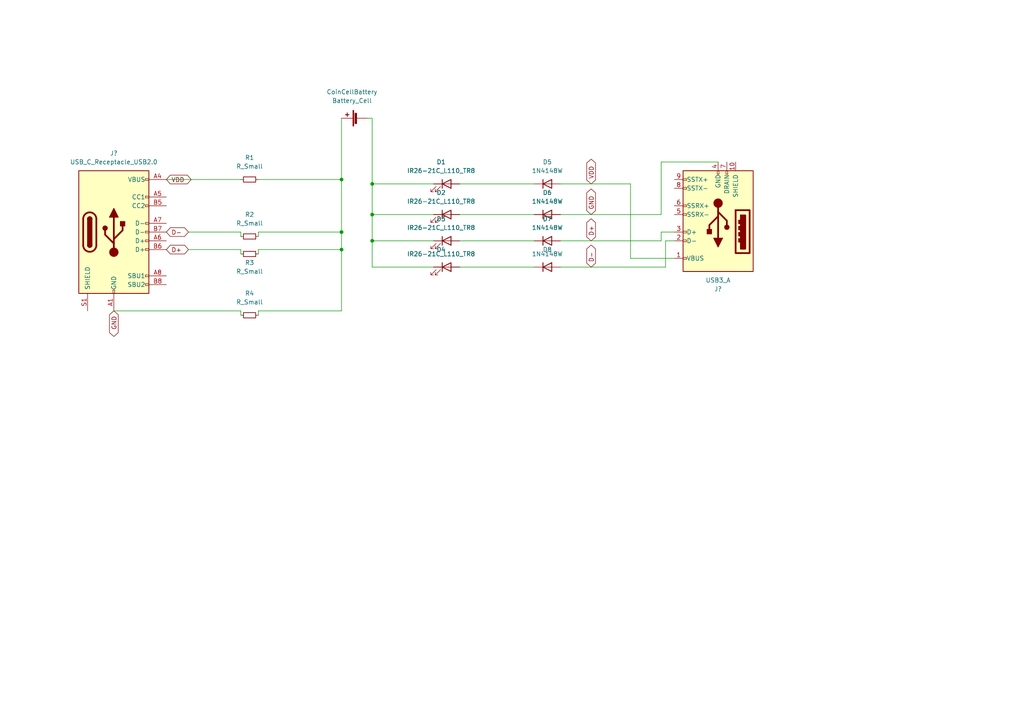
<source format=kicad_sch>
(kicad_sch (version 20211123) (generator eeschema)

  (uuid 48d21917-ccfa-4d43-a4cb-6677d1c7086f)

  (paper "A4")

  (lib_symbols
    (symbol "Connector:USB3_A" (pin_names (offset 1.016)) (in_bom yes) (on_board yes)
      (property "Reference" "J" (id 0) (at -10.16 15.24 0)
        (effects (font (size 1.27 1.27)) (justify left))
      )
      (property "Value" "USB3_A" (id 1) (at 10.16 15.24 0)
        (effects (font (size 1.27 1.27)) (justify right))
      )
      (property "Footprint" "" (id 2) (at 3.81 2.54 0)
        (effects (font (size 1.27 1.27)) hide)
      )
      (property "Datasheet" "~" (id 3) (at 3.81 2.54 0)
        (effects (font (size 1.27 1.27)) hide)
      )
      (property "ki_keywords" "usb universal serial bus" (id 4) (at 0 0 0)
        (effects (font (size 1.27 1.27)) hide)
      )
      (property "ki_description" "USB 3.0 A connector" (id 5) (at 0 0 0)
        (effects (font (size 1.27 1.27)) hide)
      )
      (symbol "USB3_A_0_0"
        (rectangle (start -9.144 8.636) (end -5.08 -3.81)
          (stroke (width 0.508) (type default) (color 0 0 0 0))
          (fill (type none))
        )
        (rectangle (start -7.874 7.366) (end -6.604 -2.286)
          (stroke (width 0.508) (type default) (color 0 0 0 0))
          (fill (type outline))
        )
        (rectangle (start -6.35 0) (end -6.096 -0.762)
          (stroke (width 0.508) (type default) (color 0 0 0 0))
          (fill (type none))
        )
        (rectangle (start -6.35 1.778) (end -6.096 1.016)
          (stroke (width 0.508) (type default) (color 0 0 0 0))
          (fill (type none))
        )
        (rectangle (start -6.35 3.556) (end -6.096 2.794)
          (stroke (width 0.508) (type default) (color 0 0 0 0))
          (fill (type none))
        )
        (rectangle (start -6.35 5.334) (end -6.096 4.572)
          (stroke (width 0.508) (type default) (color 0 0 0 0))
          (fill (type none))
        )
        (rectangle (start -2.794 -15.24) (end -2.286 -14.224)
          (stroke (width 0) (type default) (color 0 0 0 0))
          (fill (type none))
        )
        (rectangle (start -0.254 -15.24) (end 0.254 -14.224)
          (stroke (width 0) (type default) (color 0 0 0 0))
          (fill (type none))
        )
        (rectangle (start 10.16 -12.446) (end 9.144 -12.954)
          (stroke (width 0) (type default) (color 0 0 0 0))
          (fill (type none))
        )
        (rectangle (start 10.16 -9.906) (end 9.144 -10.414)
          (stroke (width 0) (type default) (color 0 0 0 0))
          (fill (type none))
        )
        (rectangle (start 10.16 -4.826) (end 9.144 -5.334)
          (stroke (width 0) (type default) (color 0 0 0 0))
          (fill (type none))
        )
        (rectangle (start 10.16 -2.286) (end 9.144 -2.794)
          (stroke (width 0) (type default) (color 0 0 0 0))
          (fill (type none))
        )
        (rectangle (start 10.16 2.794) (end 9.144 2.286)
          (stroke (width 0) (type default) (color 0 0 0 0))
          (fill (type none))
        )
        (rectangle (start 10.16 5.334) (end 9.144 4.826)
          (stroke (width 0) (type default) (color 0 0 0 0))
          (fill (type none))
        )
        (rectangle (start 10.16 10.414) (end 9.144 9.906)
          (stroke (width 0) (type default) (color 0 0 0 0))
          (fill (type none))
        )
      )
      (symbol "USB3_A_0_1"
        (rectangle (start -10.16 13.97) (end 10.16 -15.24)
          (stroke (width 0.254) (type default) (color 0 0 0 0))
          (fill (type background))
        )
      )
      (symbol "USB3_A_1_1"
        (circle (center -2.54 1.143) (radius 0.635)
          (stroke (width 0.254) (type default) (color 0 0 0 0))
          (fill (type outline))
        )
        (circle (center 0 -5.842) (radius 1.27)
          (stroke (width 0) (type default) (color 0 0 0 0))
          (fill (type outline))
        )
        (polyline
          (pts
            (xy 0 -5.842)
            (xy 0 4.318)
          )
          (stroke (width 0.508) (type default) (color 0 0 0 0))
          (fill (type none))
        )
        (polyline
          (pts
            (xy 0 -3.302)
            (xy -2.54 -0.762)
            (xy -2.54 0.508)
          )
          (stroke (width 0.508) (type default) (color 0 0 0 0))
          (fill (type none))
        )
        (polyline
          (pts
            (xy 0 -2.032)
            (xy 2.54 0.508)
            (xy 2.54 1.778)
          )
          (stroke (width 0.508) (type default) (color 0 0 0 0))
          (fill (type none))
        )
        (polyline
          (pts
            (xy -1.27 4.318)
            (xy 0 6.858)
            (xy 1.27 4.318)
            (xy -1.27 4.318)
          )
          (stroke (width 0.254) (type default) (color 0 0 0 0))
          (fill (type outline))
        )
        (rectangle (start 1.905 1.778) (end 3.175 3.048)
          (stroke (width 0.254) (type default) (color 0 0 0 0))
          (fill (type outline))
        )
        (pin power_in line (at 12.7 10.16 180) (length 2.54)
          (name "VBUS" (effects (font (size 1.27 1.27))))
          (number "1" (effects (font (size 1.27 1.27))))
        )
        (pin passive line (at -5.08 -17.78 90) (length 2.54)
          (name "SHIELD" (effects (font (size 1.27 1.27))))
          (number "10" (effects (font (size 1.27 1.27))))
        )
        (pin bidirectional line (at 12.7 5.08 180) (length 2.54)
          (name "D-" (effects (font (size 1.27 1.27))))
          (number "2" (effects (font (size 1.27 1.27))))
        )
        (pin bidirectional line (at 12.7 2.54 180) (length 2.54)
          (name "D+" (effects (font (size 1.27 1.27))))
          (number "3" (effects (font (size 1.27 1.27))))
        )
        (pin power_in line (at 0 -17.78 90) (length 2.54)
          (name "GND" (effects (font (size 1.27 1.27))))
          (number "4" (effects (font (size 1.27 1.27))))
        )
        (pin output line (at 12.7 -2.54 180) (length 2.54)
          (name "SSRX-" (effects (font (size 1.27 1.27))))
          (number "5" (effects (font (size 1.27 1.27))))
        )
        (pin output line (at 12.7 -5.08 180) (length 2.54)
          (name "SSRX+" (effects (font (size 1.27 1.27))))
          (number "6" (effects (font (size 1.27 1.27))))
        )
        (pin passive line (at -2.54 -17.78 90) (length 2.54)
          (name "DRAIN" (effects (font (size 1.27 1.27))))
          (number "7" (effects (font (size 1.27 1.27))))
        )
        (pin input line (at 12.7 -10.16 180) (length 2.54)
          (name "SSTX-" (effects (font (size 1.27 1.27))))
          (number "8" (effects (font (size 1.27 1.27))))
        )
        (pin input line (at 12.7 -12.7 180) (length 2.54)
          (name "SSTX+" (effects (font (size 1.27 1.27))))
          (number "9" (effects (font (size 1.27 1.27))))
        )
      )
    )
    (symbol "Connector:USB_C_Receptacle_USB2.0" (pin_names (offset 1.016)) (in_bom yes) (on_board yes)
      (property "Reference" "J" (id 0) (at -10.16 19.05 0)
        (effects (font (size 1.27 1.27)) (justify left))
      )
      (property "Value" "USB_C_Receptacle_USB2.0" (id 1) (at 19.05 19.05 0)
        (effects (font (size 1.27 1.27)) (justify right))
      )
      (property "Footprint" "" (id 2) (at 3.81 0 0)
        (effects (font (size 1.27 1.27)) hide)
      )
      (property "Datasheet" "https://www.usb.org/sites/default/files/documents/usb_type-c.zip" (id 3) (at 3.81 0 0)
        (effects (font (size 1.27 1.27)) hide)
      )
      (property "ki_keywords" "usb universal serial bus type-C USB2.0" (id 4) (at 0 0 0)
        (effects (font (size 1.27 1.27)) hide)
      )
      (property "ki_description" "USB 2.0-only Type-C Receptacle connector" (id 5) (at 0 0 0)
        (effects (font (size 1.27 1.27)) hide)
      )
      (property "ki_fp_filters" "USB*C*Receptacle*" (id 6) (at 0 0 0)
        (effects (font (size 1.27 1.27)) hide)
      )
      (symbol "USB_C_Receptacle_USB2.0_0_0"
        (rectangle (start -0.254 -17.78) (end 0.254 -16.764)
          (stroke (width 0) (type default) (color 0 0 0 0))
          (fill (type none))
        )
        (rectangle (start 10.16 -14.986) (end 9.144 -15.494)
          (stroke (width 0) (type default) (color 0 0 0 0))
          (fill (type none))
        )
        (rectangle (start 10.16 -12.446) (end 9.144 -12.954)
          (stroke (width 0) (type default) (color 0 0 0 0))
          (fill (type none))
        )
        (rectangle (start 10.16 -4.826) (end 9.144 -5.334)
          (stroke (width 0) (type default) (color 0 0 0 0))
          (fill (type none))
        )
        (rectangle (start 10.16 -2.286) (end 9.144 -2.794)
          (stroke (width 0) (type default) (color 0 0 0 0))
          (fill (type none))
        )
        (rectangle (start 10.16 0.254) (end 9.144 -0.254)
          (stroke (width 0) (type default) (color 0 0 0 0))
          (fill (type none))
        )
        (rectangle (start 10.16 2.794) (end 9.144 2.286)
          (stroke (width 0) (type default) (color 0 0 0 0))
          (fill (type none))
        )
        (rectangle (start 10.16 7.874) (end 9.144 7.366)
          (stroke (width 0) (type default) (color 0 0 0 0))
          (fill (type none))
        )
        (rectangle (start 10.16 10.414) (end 9.144 9.906)
          (stroke (width 0) (type default) (color 0 0 0 0))
          (fill (type none))
        )
        (rectangle (start 10.16 15.494) (end 9.144 14.986)
          (stroke (width 0) (type default) (color 0 0 0 0))
          (fill (type none))
        )
      )
      (symbol "USB_C_Receptacle_USB2.0_0_1"
        (rectangle (start -10.16 17.78) (end 10.16 -17.78)
          (stroke (width 0.254) (type default) (color 0 0 0 0))
          (fill (type background))
        )
        (arc (start -8.89 -3.81) (mid -6.985 -5.715) (end -5.08 -3.81)
          (stroke (width 0.508) (type default) (color 0 0 0 0))
          (fill (type none))
        )
        (arc (start -7.62 -3.81) (mid -6.985 -4.445) (end -6.35 -3.81)
          (stroke (width 0.254) (type default) (color 0 0 0 0))
          (fill (type none))
        )
        (arc (start -7.62 -3.81) (mid -6.985 -4.445) (end -6.35 -3.81)
          (stroke (width 0.254) (type default) (color 0 0 0 0))
          (fill (type outline))
        )
        (rectangle (start -7.62 -3.81) (end -6.35 3.81)
          (stroke (width 0.254) (type default) (color 0 0 0 0))
          (fill (type outline))
        )
        (arc (start -6.35 3.81) (mid -6.985 4.445) (end -7.62 3.81)
          (stroke (width 0.254) (type default) (color 0 0 0 0))
          (fill (type none))
        )
        (arc (start -6.35 3.81) (mid -6.985 4.445) (end -7.62 3.81)
          (stroke (width 0.254) (type default) (color 0 0 0 0))
          (fill (type outline))
        )
        (arc (start -5.08 3.81) (mid -6.985 5.715) (end -8.89 3.81)
          (stroke (width 0.508) (type default) (color 0 0 0 0))
          (fill (type none))
        )
        (circle (center -2.54 1.143) (radius 0.635)
          (stroke (width 0.254) (type default) (color 0 0 0 0))
          (fill (type outline))
        )
        (circle (center 0 -5.842) (radius 1.27)
          (stroke (width 0) (type default) (color 0 0 0 0))
          (fill (type outline))
        )
        (polyline
          (pts
            (xy -8.89 -3.81)
            (xy -8.89 3.81)
          )
          (stroke (width 0.508) (type default) (color 0 0 0 0))
          (fill (type none))
        )
        (polyline
          (pts
            (xy -5.08 3.81)
            (xy -5.08 -3.81)
          )
          (stroke (width 0.508) (type default) (color 0 0 0 0))
          (fill (type none))
        )
        (polyline
          (pts
            (xy 0 -5.842)
            (xy 0 4.318)
          )
          (stroke (width 0.508) (type default) (color 0 0 0 0))
          (fill (type none))
        )
        (polyline
          (pts
            (xy 0 -3.302)
            (xy -2.54 -0.762)
            (xy -2.54 0.508)
          )
          (stroke (width 0.508) (type default) (color 0 0 0 0))
          (fill (type none))
        )
        (polyline
          (pts
            (xy 0 -2.032)
            (xy 2.54 0.508)
            (xy 2.54 1.778)
          )
          (stroke (width 0.508) (type default) (color 0 0 0 0))
          (fill (type none))
        )
        (polyline
          (pts
            (xy -1.27 4.318)
            (xy 0 6.858)
            (xy 1.27 4.318)
            (xy -1.27 4.318)
          )
          (stroke (width 0.254) (type default) (color 0 0 0 0))
          (fill (type outline))
        )
        (rectangle (start 1.905 1.778) (end 3.175 3.048)
          (stroke (width 0.254) (type default) (color 0 0 0 0))
          (fill (type outline))
        )
      )
      (symbol "USB_C_Receptacle_USB2.0_1_1"
        (pin passive line (at 0 -22.86 90) (length 5.08)
          (name "GND" (effects (font (size 1.27 1.27))))
          (number "A1" (effects (font (size 1.27 1.27))))
        )
        (pin passive line (at 0 -22.86 90) (length 5.08) hide
          (name "GND" (effects (font (size 1.27 1.27))))
          (number "A12" (effects (font (size 1.27 1.27))))
        )
        (pin passive line (at 15.24 15.24 180) (length 5.08)
          (name "VBUS" (effects (font (size 1.27 1.27))))
          (number "A4" (effects (font (size 1.27 1.27))))
        )
        (pin bidirectional line (at 15.24 10.16 180) (length 5.08)
          (name "CC1" (effects (font (size 1.27 1.27))))
          (number "A5" (effects (font (size 1.27 1.27))))
        )
        (pin bidirectional line (at 15.24 -2.54 180) (length 5.08)
          (name "D+" (effects (font (size 1.27 1.27))))
          (number "A6" (effects (font (size 1.27 1.27))))
        )
        (pin bidirectional line (at 15.24 2.54 180) (length 5.08)
          (name "D-" (effects (font (size 1.27 1.27))))
          (number "A7" (effects (font (size 1.27 1.27))))
        )
        (pin bidirectional line (at 15.24 -12.7 180) (length 5.08)
          (name "SBU1" (effects (font (size 1.27 1.27))))
          (number "A8" (effects (font (size 1.27 1.27))))
        )
        (pin passive line (at 15.24 15.24 180) (length 5.08) hide
          (name "VBUS" (effects (font (size 1.27 1.27))))
          (number "A9" (effects (font (size 1.27 1.27))))
        )
        (pin passive line (at 0 -22.86 90) (length 5.08) hide
          (name "GND" (effects (font (size 1.27 1.27))))
          (number "B1" (effects (font (size 1.27 1.27))))
        )
        (pin passive line (at 0 -22.86 90) (length 5.08) hide
          (name "GND" (effects (font (size 1.27 1.27))))
          (number "B12" (effects (font (size 1.27 1.27))))
        )
        (pin passive line (at 15.24 15.24 180) (length 5.08) hide
          (name "VBUS" (effects (font (size 1.27 1.27))))
          (number "B4" (effects (font (size 1.27 1.27))))
        )
        (pin bidirectional line (at 15.24 7.62 180) (length 5.08)
          (name "CC2" (effects (font (size 1.27 1.27))))
          (number "B5" (effects (font (size 1.27 1.27))))
        )
        (pin bidirectional line (at 15.24 -5.08 180) (length 5.08)
          (name "D+" (effects (font (size 1.27 1.27))))
          (number "B6" (effects (font (size 1.27 1.27))))
        )
        (pin bidirectional line (at 15.24 0 180) (length 5.08)
          (name "D-" (effects (font (size 1.27 1.27))))
          (number "B7" (effects (font (size 1.27 1.27))))
        )
        (pin bidirectional line (at 15.24 -15.24 180) (length 5.08)
          (name "SBU2" (effects (font (size 1.27 1.27))))
          (number "B8" (effects (font (size 1.27 1.27))))
        )
        (pin passive line (at 15.24 15.24 180) (length 5.08) hide
          (name "VBUS" (effects (font (size 1.27 1.27))))
          (number "B9" (effects (font (size 1.27 1.27))))
        )
        (pin passive line (at -7.62 -22.86 90) (length 5.08)
          (name "SHIELD" (effects (font (size 1.27 1.27))))
          (number "S1" (effects (font (size 1.27 1.27))))
        )
      )
    )
    (symbol "Device:Battery_Cell" (pin_numbers hide) (pin_names (offset 0) hide) (in_bom yes) (on_board yes)
      (property "Reference" "BT" (id 0) (at 2.54 2.54 0)
        (effects (font (size 1.27 1.27)) (justify left))
      )
      (property "Value" "Battery_Cell" (id 1) (at 2.54 0 0)
        (effects (font (size 1.27 1.27)) (justify left))
      )
      (property "Footprint" "" (id 2) (at 0 1.524 90)
        (effects (font (size 1.27 1.27)) hide)
      )
      (property "Datasheet" "~" (id 3) (at 0 1.524 90)
        (effects (font (size 1.27 1.27)) hide)
      )
      (property "ki_keywords" "battery cell" (id 4) (at 0 0 0)
        (effects (font (size 1.27 1.27)) hide)
      )
      (property "ki_description" "Single-cell battery" (id 5) (at 0 0 0)
        (effects (font (size 1.27 1.27)) hide)
      )
      (symbol "Battery_Cell_0_1"
        (rectangle (start -2.286 1.778) (end 2.286 1.524)
          (stroke (width 0) (type default) (color 0 0 0 0))
          (fill (type outline))
        )
        (rectangle (start -1.5748 1.1938) (end 1.4732 0.6858)
          (stroke (width 0) (type default) (color 0 0 0 0))
          (fill (type outline))
        )
        (polyline
          (pts
            (xy 0 0.762)
            (xy 0 0)
          )
          (stroke (width 0) (type default) (color 0 0 0 0))
          (fill (type none))
        )
        (polyline
          (pts
            (xy 0 1.778)
            (xy 0 2.54)
          )
          (stroke (width 0) (type default) (color 0 0 0 0))
          (fill (type none))
        )
        (polyline
          (pts
            (xy 0.508 3.429)
            (xy 1.524 3.429)
          )
          (stroke (width 0.254) (type default) (color 0 0 0 0))
          (fill (type none))
        )
        (polyline
          (pts
            (xy 1.016 3.937)
            (xy 1.016 2.921)
          )
          (stroke (width 0.254) (type default) (color 0 0 0 0))
          (fill (type none))
        )
      )
      (symbol "Battery_Cell_1_1"
        (pin passive line (at 0 5.08 270) (length 2.54)
          (name "+" (effects (font (size 1.27 1.27))))
          (number "1" (effects (font (size 1.27 1.27))))
        )
        (pin passive line (at 0 -2.54 90) (length 2.54)
          (name "-" (effects (font (size 1.27 1.27))))
          (number "2" (effects (font (size 1.27 1.27))))
        )
      )
    )
    (symbol "Device:R_Small" (pin_numbers hide) (pin_names (offset 0.254) hide) (in_bom yes) (on_board yes)
      (property "Reference" "R" (id 0) (at 0.762 0.508 0)
        (effects (font (size 1.27 1.27)) (justify left))
      )
      (property "Value" "R_Small" (id 1) (at 0.762 -1.016 0)
        (effects (font (size 1.27 1.27)) (justify left))
      )
      (property "Footprint" "" (id 2) (at 0 0 0)
        (effects (font (size 1.27 1.27)) hide)
      )
      (property "Datasheet" "~" (id 3) (at 0 0 0)
        (effects (font (size 1.27 1.27)) hide)
      )
      (property "ki_keywords" "R resistor" (id 4) (at 0 0 0)
        (effects (font (size 1.27 1.27)) hide)
      )
      (property "ki_description" "Resistor, small symbol" (id 5) (at 0 0 0)
        (effects (font (size 1.27 1.27)) hide)
      )
      (property "ki_fp_filters" "R_*" (id 6) (at 0 0 0)
        (effects (font (size 1.27 1.27)) hide)
      )
      (symbol "R_Small_0_1"
        (rectangle (start -0.762 1.778) (end 0.762 -1.778)
          (stroke (width 0.2032) (type default) (color 0 0 0 0))
          (fill (type none))
        )
      )
      (symbol "R_Small_1_1"
        (pin passive line (at 0 2.54 270) (length 0.762)
          (name "~" (effects (font (size 1.27 1.27))))
          (number "1" (effects (font (size 1.27 1.27))))
        )
        (pin passive line (at 0 -2.54 90) (length 0.762)
          (name "~" (effects (font (size 1.27 1.27))))
          (number "2" (effects (font (size 1.27 1.27))))
        )
      )
    )
    (symbol "Diode:1N4148W" (pin_numbers hide) (pin_names (offset 1.016) hide) (in_bom yes) (on_board yes)
      (property "Reference" "D" (id 0) (at 0 2.54 0)
        (effects (font (size 1.27 1.27)))
      )
      (property "Value" "1N4148W" (id 1) (at 0 -2.54 0)
        (effects (font (size 1.27 1.27)))
      )
      (property "Footprint" "Diode_SMD:D_SOD-123" (id 2) (at 0 -4.445 0)
        (effects (font (size 1.27 1.27)) hide)
      )
      (property "Datasheet" "https://www.vishay.com/docs/85748/1n4148w.pdf" (id 3) (at 0 0 0)
        (effects (font (size 1.27 1.27)) hide)
      )
      (property "ki_keywords" "diode" (id 4) (at 0 0 0)
        (effects (font (size 1.27 1.27)) hide)
      )
      (property "ki_description" "75V 0.15A Fast Switching Diode, SOD-123" (id 5) (at 0 0 0)
        (effects (font (size 1.27 1.27)) hide)
      )
      (property "ki_fp_filters" "D*SOD?123*" (id 6) (at 0 0 0)
        (effects (font (size 1.27 1.27)) hide)
      )
      (symbol "1N4148W_0_1"
        (polyline
          (pts
            (xy -1.27 1.27)
            (xy -1.27 -1.27)
          )
          (stroke (width 0.254) (type default) (color 0 0 0 0))
          (fill (type none))
        )
        (polyline
          (pts
            (xy 1.27 0)
            (xy -1.27 0)
          )
          (stroke (width 0) (type default) (color 0 0 0 0))
          (fill (type none))
        )
        (polyline
          (pts
            (xy 1.27 1.27)
            (xy 1.27 -1.27)
            (xy -1.27 0)
            (xy 1.27 1.27)
          )
          (stroke (width 0.254) (type default) (color 0 0 0 0))
          (fill (type none))
        )
      )
      (symbol "1N4148W_1_1"
        (pin passive line (at -3.81 0 0) (length 2.54)
          (name "K" (effects (font (size 1.27 1.27))))
          (number "1" (effects (font (size 1.27 1.27))))
        )
        (pin passive line (at 3.81 0 180) (length 2.54)
          (name "A" (effects (font (size 1.27 1.27))))
          (number "2" (effects (font (size 1.27 1.27))))
        )
      )
    )
    (symbol "LED:IR26-21C_L110_TR8" (pin_numbers hide) (pin_names (offset 1.016) hide) (in_bom yes) (on_board yes)
      (property "Reference" "D" (id 0) (at 0 2.54 0)
        (effects (font (size 1.27 1.27)))
      )
      (property "Value" "IR26-21C_L110_TR8" (id 1) (at 0 -3.81 0)
        (effects (font (size 1.27 1.27)))
      )
      (property "Footprint" "LED_SMD:LED_1206_3216Metric" (id 2) (at 0 5.08 0)
        (effects (font (size 1.27 1.27)) hide)
      )
      (property "Datasheet" "http://www.everlight.com/file/ProductFile/IR26-21C-L110-TR8.pdf" (id 3) (at 0 0 0)
        (effects (font (size 1.27 1.27)) hide)
      )
      (property "ki_keywords" "IR LED" (id 4) (at 0 0 0)
        (effects (font (size 1.27 1.27)) hide)
      )
      (property "ki_description" "940nm, 20 deg, Infrared LED, 1206" (id 5) (at 0 0 0)
        (effects (font (size 1.27 1.27)) hide)
      )
      (property "ki_fp_filters" "LED*1206*3216Metric*" (id 6) (at 0 0 0)
        (effects (font (size 1.27 1.27)) hide)
      )
      (symbol "IR26-21C_L110_TR8_0_1"
        (polyline
          (pts
            (xy -1.27 -1.27)
            (xy -1.27 1.27)
          )
          (stroke (width 0.254) (type default) (color 0 0 0 0))
          (fill (type none))
        )
        (polyline
          (pts
            (xy -1.27 0)
            (xy 1.27 0)
          )
          (stroke (width 0) (type default) (color 0 0 0 0))
          (fill (type none))
        )
        (polyline
          (pts
            (xy 1.27 -1.27)
            (xy 1.27 1.27)
            (xy -1.27 0)
            (xy 1.27 -1.27)
          )
          (stroke (width 0.254) (type default) (color 0 0 0 0))
          (fill (type none))
        )
        (polyline
          (pts
            (xy -3.048 -0.762)
            (xy -4.572 -2.286)
            (xy -3.81 -2.286)
            (xy -4.572 -2.286)
            (xy -4.572 -1.524)
          )
          (stroke (width 0) (type default) (color 0 0 0 0))
          (fill (type none))
        )
        (polyline
          (pts
            (xy -1.778 -0.762)
            (xy -3.302 -2.286)
            (xy -2.54 -2.286)
            (xy -3.302 -2.286)
            (xy -3.302 -1.524)
          )
          (stroke (width 0) (type default) (color 0 0 0 0))
          (fill (type none))
        )
      )
      (symbol "IR26-21C_L110_TR8_1_1"
        (pin passive line (at -3.81 0 0) (length 2.54)
          (name "K" (effects (font (size 1.27 1.27))))
          (number "1" (effects (font (size 1.27 1.27))))
        )
        (pin passive line (at 3.81 0 180) (length 2.54)
          (name "A" (effects (font (size 1.27 1.27))))
          (number "2" (effects (font (size 1.27 1.27))))
        )
      )
    )
  )

  (junction (at 99.06 67.31) (diameter 0) (color 0 0 0 0)
    (uuid 410c216d-69d3-4d31-a3dc-39191a9671a5)
  )
  (junction (at 107.95 69.85) (diameter 0) (color 0 0 0 0)
    (uuid 6a3f19d7-a44d-48c2-b8c2-1c0a76b126a7)
  )
  (junction (at 107.95 62.23) (diameter 0) (color 0 0 0 0)
    (uuid 87945f4b-f4f9-4709-be6d-3b4fa690b4bc)
  )
  (junction (at 99.06 72.39) (diameter 0) (color 0 0 0 0)
    (uuid 8ba27e34-a99c-48d9-866b-4a1d75ecafc1)
  )
  (junction (at 99.06 52.07) (diameter 0) (color 0 0 0 0)
    (uuid bdf2cf1e-e693-4986-bc72-a3991a6a0ca9)
  )
  (junction (at 107.95 53.34) (diameter 0) (color 0 0 0 0)
    (uuid d52b8744-3c84-403e-a7d2-8dcfac1cb8d4)
  )

  (wire (pts (xy 99.06 72.39) (xy 99.06 90.17))
    (stroke (width 0) (type default) (color 0 0 0 0))
    (uuid 0833efd6-c5fa-4c6e-ab85-188a695ffb7a)
  )
  (wire (pts (xy 74.93 68.58) (xy 74.93 67.31))
    (stroke (width 0) (type default) (color 0 0 0 0))
    (uuid 0cf03ebd-3380-4e47-8c67-c0a9e945e601)
  )
  (wire (pts (xy 195.58 74.93) (xy 182.88 74.93))
    (stroke (width 0) (type default) (color 0 0 0 0))
    (uuid 0d53abaf-c74a-4f4d-88c0-3ecada03e354)
  )
  (wire (pts (xy 74.93 67.31) (xy 99.06 67.31))
    (stroke (width 0) (type default) (color 0 0 0 0))
    (uuid 122c7d15-b88d-4551-a1ac-632b8c3bba94)
  )
  (wire (pts (xy 33.02 90.17) (xy 69.85 90.17))
    (stroke (width 0) (type default) (color 0 0 0 0))
    (uuid 15a77223-d08f-4e8a-8994-e2b2718aaab2)
  )
  (wire (pts (xy 74.93 91.44) (xy 74.93 90.17))
    (stroke (width 0) (type default) (color 0 0 0 0))
    (uuid 20ba8e2e-a84a-412b-8b76-ad3c5fa0dc44)
  )
  (wire (pts (xy 106.68 34.29) (xy 107.95 34.29))
    (stroke (width 0) (type default) (color 0 0 0 0))
    (uuid 2576b685-6ef6-47f9-9b48-e5e4b221aca2)
  )
  (wire (pts (xy 99.06 67.31) (xy 99.06 72.39))
    (stroke (width 0) (type default) (color 0 0 0 0))
    (uuid 257eff6b-a3c0-4d23-b1de-412b20b2bf09)
  )
  (wire (pts (xy 54.61 67.31) (xy 69.85 67.31))
    (stroke (width 0) (type default) (color 0 0 0 0))
    (uuid 27bab847-486d-4233-8aaf-49c6bc20b422)
  )
  (wire (pts (xy 74.93 52.07) (xy 99.06 52.07))
    (stroke (width 0) (type default) (color 0 0 0 0))
    (uuid 31890c7a-8f73-4192-9baf-bed4ea4c77d1)
  )
  (wire (pts (xy 107.95 69.85) (xy 125.73 69.85))
    (stroke (width 0) (type default) (color 0 0 0 0))
    (uuid 3396cea3-f9d1-4f52-9b00-89d014e2e84e)
  )
  (wire (pts (xy 191.77 46.99) (xy 191.77 62.23))
    (stroke (width 0) (type default) (color 0 0 0 0))
    (uuid 3a06d171-5597-4cee-a51d-ddec7735555a)
  )
  (wire (pts (xy 208.28 46.99) (xy 191.77 46.99))
    (stroke (width 0) (type default) (color 0 0 0 0))
    (uuid 3aa1e45b-8600-40e7-ba4d-0e8175f56a06)
  )
  (wire (pts (xy 99.06 34.29) (xy 99.06 52.07))
    (stroke (width 0) (type default) (color 0 0 0 0))
    (uuid 3e4da6ee-c7a9-4371-9396-06a0841aac64)
  )
  (wire (pts (xy 48.26 52.07) (xy 69.85 52.07))
    (stroke (width 0) (type default) (color 0 0 0 0))
    (uuid 46a2d065-2efa-4081-9313-0c061dbba103)
  )
  (wire (pts (xy 125.73 62.23) (xy 107.95 62.23))
    (stroke (width 0) (type default) (color 0 0 0 0))
    (uuid 572b3351-5679-4e19-a66c-cee7abda1d2c)
  )
  (wire (pts (xy 54.61 72.39) (xy 69.85 72.39))
    (stroke (width 0) (type default) (color 0 0 0 0))
    (uuid 5744b612-d756-4bb3-8db0-91f134b010f1)
  )
  (wire (pts (xy 133.35 62.23) (xy 154.94 62.23))
    (stroke (width 0) (type default) (color 0 0 0 0))
    (uuid 5a1d924e-e41d-46cb-8a7b-8fd14a7617fd)
  )
  (wire (pts (xy 191.77 67.31) (xy 191.77 69.85))
    (stroke (width 0) (type default) (color 0 0 0 0))
    (uuid 658560ac-3c03-4402-ac65-9d718a9110fe)
  )
  (wire (pts (xy 162.56 69.85) (xy 191.77 69.85))
    (stroke (width 0) (type default) (color 0 0 0 0))
    (uuid 67c37e60-4c53-4915-9be7-9959b08c7c83)
  )
  (wire (pts (xy 162.56 62.23) (xy 191.77 62.23))
    (stroke (width 0) (type default) (color 0 0 0 0))
    (uuid 67f56cd0-026b-4a1a-b076-7a9ab97c0fc2)
  )
  (wire (pts (xy 195.58 69.85) (xy 193.04 69.85))
    (stroke (width 0) (type default) (color 0 0 0 0))
    (uuid 6cd709e7-100d-4af7-8f8b-12a53ea81188)
  )
  (wire (pts (xy 133.35 77.47) (xy 154.94 77.47))
    (stroke (width 0) (type default) (color 0 0 0 0))
    (uuid 75c68cab-6f38-4d3f-9f6d-b8f37b31fef1)
  )
  (wire (pts (xy 162.56 77.47) (xy 193.04 77.47))
    (stroke (width 0) (type default) (color 0 0 0 0))
    (uuid 76de6337-ffdb-4c82-b45f-59d15c2e51a4)
  )
  (wire (pts (xy 107.95 53.34) (xy 107.95 62.23))
    (stroke (width 0) (type default) (color 0 0 0 0))
    (uuid 87276162-024a-4947-9fd2-b84b1100b88a)
  )
  (wire (pts (xy 74.93 90.17) (xy 99.06 90.17))
    (stroke (width 0) (type default) (color 0 0 0 0))
    (uuid 900184e8-b526-464a-9b0c-6a269b2cc534)
  )
  (wire (pts (xy 133.35 53.34) (xy 154.94 53.34))
    (stroke (width 0) (type default) (color 0 0 0 0))
    (uuid 90d2f569-d207-489c-9088-606ccccd7ad6)
  )
  (wire (pts (xy 107.95 69.85) (xy 107.95 77.47))
    (stroke (width 0) (type default) (color 0 0 0 0))
    (uuid 939a5f77-a1ee-4dd0-b138-a36fb369d8eb)
  )
  (wire (pts (xy 74.93 73.66) (xy 74.93 72.39))
    (stroke (width 0) (type default) (color 0 0 0 0))
    (uuid 969b8c2e-93c2-4802-80ab-991e51da4da5)
  )
  (wire (pts (xy 182.88 74.93) (xy 182.88 53.34))
    (stroke (width 0) (type default) (color 0 0 0 0))
    (uuid 98cb9178-e8cf-4635-9ab4-223d188249b7)
  )
  (wire (pts (xy 107.95 77.47) (xy 125.73 77.47))
    (stroke (width 0) (type default) (color 0 0 0 0))
    (uuid a850c694-9219-4d85-a5de-646bc9910e2d)
  )
  (wire (pts (xy 107.95 62.23) (xy 107.95 69.85))
    (stroke (width 0) (type default) (color 0 0 0 0))
    (uuid acdc7a45-ff63-4c28-9b62-8c9ad4316ebb)
  )
  (wire (pts (xy 193.04 69.85) (xy 193.04 77.47))
    (stroke (width 0) (type default) (color 0 0 0 0))
    (uuid b471d791-c943-4cf3-8e2c-4ec4fe6be7cc)
  )
  (wire (pts (xy 195.58 67.31) (xy 191.77 67.31))
    (stroke (width 0) (type default) (color 0 0 0 0))
    (uuid bebc719f-ad37-4a42-9f4b-ced3e399d51b)
  )
  (wire (pts (xy 69.85 67.31) (xy 69.85 68.58))
    (stroke (width 0) (type default) (color 0 0 0 0))
    (uuid d628a6c7-d5aa-458a-8972-c29885bed22e)
  )
  (wire (pts (xy 162.56 53.34) (xy 182.88 53.34))
    (stroke (width 0) (type default) (color 0 0 0 0))
    (uuid d89640ca-7846-444a-a016-490feab8b928)
  )
  (wire (pts (xy 74.93 72.39) (xy 99.06 72.39))
    (stroke (width 0) (type default) (color 0 0 0 0))
    (uuid ec76e9e6-78d4-4ab9-9ce9-e1a16412b393)
  )
  (wire (pts (xy 69.85 90.17) (xy 69.85 91.44))
    (stroke (width 0) (type default) (color 0 0 0 0))
    (uuid f0b25867-d018-4536-bce7-ed63842da37c)
  )
  (wire (pts (xy 69.85 72.39) (xy 69.85 73.66))
    (stroke (width 0) (type default) (color 0 0 0 0))
    (uuid f0cb59e5-0f11-4ab6-9d9d-0d57188996a3)
  )
  (wire (pts (xy 107.95 34.29) (xy 107.95 53.34))
    (stroke (width 0) (type default) (color 0 0 0 0))
    (uuid f45cfaa8-5d87-4209-87ef-2cceed471c00)
  )
  (wire (pts (xy 125.73 53.34) (xy 107.95 53.34))
    (stroke (width 0) (type default) (color 0 0 0 0))
    (uuid f5048fa8-8793-48a8-a381-4e8136c52f29)
  )
  (wire (pts (xy 99.06 52.07) (xy 99.06 67.31))
    (stroke (width 0) (type default) (color 0 0 0 0))
    (uuid ff9dd7d1-1833-4e59-a3b0-34f95c77ceda)
  )
  (wire (pts (xy 133.35 69.85) (xy 154.94 69.85))
    (stroke (width 0) (type default) (color 0 0 0 0))
    (uuid ffc8c950-1ec6-4f0a-8a02-d22225498ec7)
  )

  (global_label "VDD" (shape bidirectional) (at 171.45 53.34 90) (fields_autoplaced)
    (effects (font (size 1.27 1.27)) (justify left))
    (uuid 1227e313-44dd-42fc-82ca-e4e74653dde7)
    (property "Intersheet References" "${INTERSHEET_REFS}" (id 0) (at 171.3706 47.2983 90)
      (effects (font (size 1.27 1.27)) (justify left) hide)
    )
  )
  (global_label "GND" (shape bidirectional) (at 171.45 62.23 90) (fields_autoplaced)
    (effects (font (size 1.27 1.27)) (justify left))
    (uuid 59bdfdf4-d8f5-4a6a-b42a-bc60ffe31698)
    (property "Intersheet References" "${INTERSHEET_REFS}" (id 0) (at 171.5294 55.9464 90)
      (effects (font (size 1.27 1.27)) (justify left) hide)
    )
  )
  (global_label "D-" (shape bidirectional) (at 171.45 77.47 90) (fields_autoplaced)
    (effects (font (size 1.27 1.27)) (justify left))
    (uuid 5b446cf6-a0a0-456c-8d79-6b3ea587316b)
    (property "Intersheet References" "${INTERSHEET_REFS}" (id 0) (at 171.3706 72.2145 90)
      (effects (font (size 1.27 1.27)) (justify left) hide)
    )
  )
  (global_label "D+" (shape bidirectional) (at 171.45 69.85 90) (fields_autoplaced)
    (effects (font (size 1.27 1.27)) (justify left))
    (uuid 8b7c6aac-f17d-4ff7-b10a-0b21e75897c1)
    (property "Intersheet References" "${INTERSHEET_REFS}" (id 0) (at 171.3706 64.5945 90)
      (effects (font (size 1.27 1.27)) (justify left) hide)
    )
  )
  (global_label "D-" (shape bidirectional) (at 48.26 67.31 0) (fields_autoplaced)
    (effects (font (size 1.27 1.27)) (justify left))
    (uuid 8b95ccd9-1d1f-4a18-9869-9e0a6f0039ee)
    (property "Intersheet References" "${INTERSHEET_REFS}" (id 0) (at 53.5155 67.2306 0)
      (effects (font (size 1.27 1.27)) (justify left) hide)
    )
  )
  (global_label "VDD" (shape bidirectional) (at 48.26 52.07 0) (fields_autoplaced)
    (effects (font (size 1.27 1.27)) (justify left))
    (uuid d37cf5c5-3fea-42cd-b362-6d070721ad99)
    (property "Intersheet References" "${INTERSHEET_REFS}" (id 0) (at 54.3017 51.9906 0)
      (effects (font (size 1.27 1.27)) (justify left) hide)
    )
  )
  (global_label "GND" (shape bidirectional) (at 33.02 90.17 270) (fields_autoplaced)
    (effects (font (size 1.27 1.27)) (justify right))
    (uuid e9cc2306-e548-440e-adf2-2cb5328e7879)
    (property "Intersheet References" "${INTERSHEET_REFS}" (id 0) (at 32.9406 96.4536 90)
      (effects (font (size 1.27 1.27)) (justify right) hide)
    )
  )
  (global_label "D+" (shape bidirectional) (at 48.26 72.39 0) (fields_autoplaced)
    (effects (font (size 1.27 1.27)) (justify left))
    (uuid ec657138-a68b-474f-9c47-6a5ef7617c27)
    (property "Intersheet References" "${INTERSHEET_REFS}" (id 0) (at 53.5155 72.3106 0)
      (effects (font (size 1.27 1.27)) (justify left) hide)
    )
  )

  (symbol (lib_id "LED:IR26-21C_L110_TR8") (at 129.54 69.85 0) (unit 1)
    (in_bom yes) (on_board yes) (fields_autoplaced)
    (uuid 0148fb04-8685-48f8-8a92-d4f5836a8053)
    (property "Reference" "D3" (id 0) (at 127.9525 63.5 0))
    (property "Value" "IR26-21C_L110_TR8" (id 1) (at 127.9525 66.04 0))
    (property "Footprint" "LED_SMD:LED_1206_3216Metric" (id 2) (at 129.54 64.77 0)
      (effects (font (size 1.27 1.27)) hide)
    )
    (property "Datasheet" "http://www.everlight.com/file/ProductFile/IR26-21C-L110-TR8.pdf" (id 3) (at 129.54 69.85 0)
      (effects (font (size 1.27 1.27)) hide)
    )
    (pin "1" (uuid 57caa4d4-e6c9-4ec4-9812-02c4ae252af9))
    (pin "2" (uuid de3ab73e-e9d0-4501-874a-b5e609b2926d))
  )

  (symbol (lib_id "Diode:1N4148W") (at 158.75 77.47 0) (unit 1)
    (in_bom yes) (on_board yes)
    (uuid 125d9452-0a45-4819-90b9-ec2312574093)
    (property "Reference" "D8" (id 0) (at 158.75 72.39 0))
    (property "Value" "1N4148W" (id 1) (at 158.75 73.66 0))
    (property "Footprint" "Diode_SMD:D_SOD-123" (id 2) (at 158.75 81.915 0)
      (effects (font (size 1.27 1.27)) hide)
    )
    (property "Datasheet" "https://www.vishay.com/docs/85748/1n4148w.pdf" (id 3) (at 158.75 77.47 0)
      (effects (font (size 1.27 1.27)) hide)
    )
    (pin "1" (uuid 782316d8-812b-4b23-baa2-a5299794bb89))
    (pin "2" (uuid d2863d2e-6d45-4621-b3fb-6cad931a7056))
  )

  (symbol (lib_id "Device:R_Small") (at 72.39 91.44 90) (unit 1)
    (in_bom yes) (on_board yes) (fields_autoplaced)
    (uuid 1470f60e-f66e-4ba1-ae32-4c0fa59262d6)
    (property "Reference" "R4" (id 0) (at 72.39 85.09 90))
    (property "Value" "R_Small" (id 1) (at 72.39 87.63 90))
    (property "Footprint" "" (id 2) (at 72.39 91.44 0)
      (effects (font (size 1.27 1.27)) hide)
    )
    (property "Datasheet" "~" (id 3) (at 72.39 91.44 0)
      (effects (font (size 1.27 1.27)) hide)
    )
    (pin "1" (uuid c3f56495-dee7-470a-aaae-3f346a926bf1))
    (pin "2" (uuid 8a6adbe9-35c9-4901-a25f-5e12fbe449a7))
  )

  (symbol (lib_id "LED:IR26-21C_L110_TR8") (at 129.54 77.47 0) (unit 1)
    (in_bom yes) (on_board yes)
    (uuid 14f07a9d-de65-4c13-b3e7-d3a6de9b4df9)
    (property "Reference" "D4" (id 0) (at 127.9525 72.39 0))
    (property "Value" "IR26-21C_L110_TR8" (id 1) (at 127.9525 73.66 0))
    (property "Footprint" "LED_SMD:LED_1206_3216Metric" (id 2) (at 129.54 72.39 0)
      (effects (font (size 1.27 1.27)) hide)
    )
    (property "Datasheet" "http://www.everlight.com/file/ProductFile/IR26-21C-L110-TR8.pdf" (id 3) (at 129.54 77.47 0)
      (effects (font (size 1.27 1.27)) hide)
    )
    (pin "1" (uuid 13baa36d-5674-4d78-92cd-f5227f34f509))
    (pin "2" (uuid 10031e95-614d-4d1b-961e-5925f3ee04d4))
  )

  (symbol (lib_id "Device:R_Small") (at 72.39 68.58 90) (unit 1)
    (in_bom yes) (on_board yes)
    (uuid 191ed59c-69be-4601-94ce-db956c89e958)
    (property "Reference" "R2" (id 0) (at 72.39 62.23 90))
    (property "Value" "R_Small" (id 1) (at 72.39 64.77 90))
    (property "Footprint" "" (id 2) (at 72.39 68.58 0)
      (effects (font (size 1.27 1.27)) hide)
    )
    (property "Datasheet" "~" (id 3) (at 72.39 68.58 0)
      (effects (font (size 1.27 1.27)) hide)
    )
    (pin "1" (uuid 9fe93bb6-bb62-4b33-ace4-212ba3ad59d3))
    (pin "2" (uuid cbec412d-303d-424f-bbc9-f3e7309e0ae5))
  )

  (symbol (lib_id "Diode:1N4148W") (at 158.75 62.23 0) (unit 1)
    (in_bom yes) (on_board yes) (fields_autoplaced)
    (uuid 3468c2b8-93d3-4885-962b-41cb1dbdece7)
    (property "Reference" "D6" (id 0) (at 158.75 55.88 0))
    (property "Value" "1N4148W" (id 1) (at 158.75 58.42 0))
    (property "Footprint" "Diode_SMD:D_SOD-123" (id 2) (at 158.75 66.675 0)
      (effects (font (size 1.27 1.27)) hide)
    )
    (property "Datasheet" "https://www.vishay.com/docs/85748/1n4148w.pdf" (id 3) (at 158.75 62.23 0)
      (effects (font (size 1.27 1.27)) hide)
    )
    (pin "1" (uuid 911bfcdc-f981-4274-8d52-25b8a900f7f3))
    (pin "2" (uuid 840c9767-6dfd-4001-a9b9-cee49e72dfb5))
  )

  (symbol (lib_id "Connector:USB3_A") (at 208.28 64.77 180) (unit 1)
    (in_bom yes) (on_board yes) (fields_autoplaced)
    (uuid 39eb0706-5ad3-43e3-a648-94e90e7f2447)
    (property "Reference" "J?" (id 0) (at 208.28 83.82 0))
    (property "Value" "USB3_A" (id 1) (at 208.28 81.28 0))
    (property "Footprint" "" (id 2) (at 204.47 67.31 0)
      (effects (font (size 1.27 1.27)) hide)
    )
    (property "Datasheet" "~" (id 3) (at 204.47 67.31 0)
      (effects (font (size 1.27 1.27)) hide)
    )
    (pin "1" (uuid cf42e0a1-5c2c-4368-a2df-519e83436132))
    (pin "10" (uuid 92755283-0b53-4b02-9544-ff9cd878c43f))
    (pin "2" (uuid 607cc618-7225-422a-a3df-9d07efe54f27))
    (pin "3" (uuid b73db793-591e-404e-8d18-491b3d209134))
    (pin "4" (uuid b6a98a07-0fe3-4d45-8d19-a104f7886bfe))
    (pin "5" (uuid 303c48d1-b0bb-48a7-9425-56d2631dc9f3))
    (pin "6" (uuid 210f1c27-3553-4534-80c5-08e93591893a))
    (pin "7" (uuid 788757d0-70cf-43f6-8621-940d0c0a4740))
    (pin "8" (uuid bdc98e50-5ad9-465a-9d02-d6cc173eae45))
    (pin "9" (uuid e73345a0-b1f7-4341-b867-7f1dd200b4d1))
  )

  (symbol (lib_id "Device:R_Small") (at 72.39 73.66 90) (unit 1)
    (in_bom yes) (on_board yes)
    (uuid 52f1caff-bbfe-4ef2-be80-fb0e7334aa36)
    (property "Reference" "R3" (id 0) (at 72.39 76.2 90))
    (property "Value" "R_Small" (id 1) (at 72.39 78.74 90))
    (property "Footprint" "" (id 2) (at 72.39 73.66 0)
      (effects (font (size 1.27 1.27)) hide)
    )
    (property "Datasheet" "~" (id 3) (at 72.39 73.66 0)
      (effects (font (size 1.27 1.27)) hide)
    )
    (pin "1" (uuid ad19438a-c5f8-40f3-820c-113d7e3a2998))
    (pin "2" (uuid bc383f39-4e1b-46f9-9e13-1f82f74ae104))
  )

  (symbol (lib_id "Diode:1N4148W") (at 158.75 69.85 0) (unit 1)
    (in_bom yes) (on_board yes) (fields_autoplaced)
    (uuid 79fcc2f1-a66f-4eac-b4af-b74ff4119534)
    (property "Reference" "D7" (id 0) (at 158.75 63.5 0))
    (property "Value" "1N4148W" (id 1) (at 158.75 66.04 0))
    (property "Footprint" "Diode_SMD:D_SOD-123" (id 2) (at 158.75 74.295 0)
      (effects (font (size 1.27 1.27)) hide)
    )
    (property "Datasheet" "https://www.vishay.com/docs/85748/1n4148w.pdf" (id 3) (at 158.75 69.85 0)
      (effects (font (size 1.27 1.27)) hide)
    )
    (pin "1" (uuid c2af2b3b-2438-40c3-86de-aef77db61727))
    (pin "2" (uuid b69e3a36-2a2e-4826-b208-6b9246b27a58))
  )

  (symbol (lib_id "Device:R_Small") (at 72.39 52.07 90) (unit 1)
    (in_bom yes) (on_board yes) (fields_autoplaced)
    (uuid 8672be69-33c3-4af4-bfdc-9949a29095fa)
    (property "Reference" "R1" (id 0) (at 72.39 45.72 90))
    (property "Value" "R_Small" (id 1) (at 72.39 48.26 90))
    (property "Footprint" "" (id 2) (at 72.39 52.07 0)
      (effects (font (size 1.27 1.27)) hide)
    )
    (property "Datasheet" "~" (id 3) (at 72.39 52.07 0)
      (effects (font (size 1.27 1.27)) hide)
    )
    (pin "1" (uuid 0157a395-8452-4088-b11e-1708c23a780a))
    (pin "2" (uuid b2ded8f1-45d7-4ca5-bbb1-9c5eb0750c1a))
  )

  (symbol (lib_id "Device:Battery_Cell") (at 104.14 34.29 90) (unit 1)
    (in_bom yes) (on_board yes) (fields_autoplaced)
    (uuid 8dbeb818-286c-4b15-bdbf-cf3801c71575)
    (property "Reference" "CoinCellBattery" (id 0) (at 102.108 26.67 90))
    (property "Value" "Battery_Cell" (id 1) (at 102.108 29.21 90))
    (property "Footprint" "" (id 2) (at 102.616 34.29 90)
      (effects (font (size 1.27 1.27)) hide)
    )
    (property "Datasheet" "~" (id 3) (at 102.616 34.29 90)
      (effects (font (size 1.27 1.27)) hide)
    )
    (pin "1" (uuid b465624e-8601-4dd2-82d6-1d76c667516d))
    (pin "2" (uuid 9cdd715a-a070-482e-845e-b6d2a33b140d))
  )

  (symbol (lib_id "Diode:1N4148W") (at 158.75 53.34 0) (unit 1)
    (in_bom yes) (on_board yes) (fields_autoplaced)
    (uuid 8de45510-06ed-4248-ae58-eb36aefa225d)
    (property "Reference" "D5" (id 0) (at 158.75 46.99 0))
    (property "Value" "1N4148W" (id 1) (at 158.75 49.53 0))
    (property "Footprint" "Diode_SMD:D_SOD-123" (id 2) (at 158.75 57.785 0)
      (effects (font (size 1.27 1.27)) hide)
    )
    (property "Datasheet" "https://www.vishay.com/docs/85748/1n4148w.pdf" (id 3) (at 158.75 53.34 0)
      (effects (font (size 1.27 1.27)) hide)
    )
    (pin "1" (uuid 1504ab7d-6de4-4160-b410-53f78ba841fd))
    (pin "2" (uuid 281a3c78-55a1-4cfb-9dc3-4bb5e8fb86b4))
  )

  (symbol (lib_id "LED:IR26-21C_L110_TR8") (at 129.54 62.23 0) (unit 1)
    (in_bom yes) (on_board yes) (fields_autoplaced)
    (uuid ccc54492-08cd-408c-bb1d-bf219aa409dc)
    (property "Reference" "D2" (id 0) (at 127.9525 55.88 0))
    (property "Value" "IR26-21C_L110_TR8" (id 1) (at 127.9525 58.42 0))
    (property "Footprint" "LED_SMD:LED_1206_3216Metric" (id 2) (at 129.54 57.15 0)
      (effects (font (size 1.27 1.27)) hide)
    )
    (property "Datasheet" "http://www.everlight.com/file/ProductFile/IR26-21C-L110-TR8.pdf" (id 3) (at 129.54 62.23 0)
      (effects (font (size 1.27 1.27)) hide)
    )
    (pin "1" (uuid 1bcd3942-2a5b-45c5-a736-323ee8efd244))
    (pin "2" (uuid c8ef6240-960a-47fa-a8ea-7b9cd129a7b8))
  )

  (symbol (lib_id "LED:IR26-21C_L110_TR8") (at 129.54 53.34 0) (unit 1)
    (in_bom yes) (on_board yes) (fields_autoplaced)
    (uuid d5a68938-7dbd-442b-9acf-11fa89948adf)
    (property "Reference" "D1" (id 0) (at 127.9525 46.99 0))
    (property "Value" "IR26-21C_L110_TR8" (id 1) (at 127.9525 49.53 0))
    (property "Footprint" "LED_SMD:LED_1206_3216Metric" (id 2) (at 129.54 48.26 0)
      (effects (font (size 1.27 1.27)) hide)
    )
    (property "Datasheet" "http://www.everlight.com/file/ProductFile/IR26-21C-L110-TR8.pdf" (id 3) (at 129.54 53.34 0)
      (effects (font (size 1.27 1.27)) hide)
    )
    (pin "1" (uuid f0c0564f-a949-4921-a7fe-eb04db9ef6e6))
    (pin "2" (uuid f1f7bf5c-7cc9-44fe-a3fc-48152efafe6f))
  )

  (symbol (lib_id "Connector:USB_C_Receptacle_USB2.0") (at 33.02 67.31 0) (unit 1)
    (in_bom yes) (on_board yes) (fields_autoplaced)
    (uuid f79219ed-8179-43f4-bd16-9a9454333e5d)
    (property "Reference" "J?" (id 0) (at 33.02 44.45 0))
    (property "Value" "USB_C_Receptacle_USB2.0" (id 1) (at 33.02 46.99 0))
    (property "Footprint" "" (id 2) (at 36.83 67.31 0)
      (effects (font (size 1.27 1.27)) hide)
    )
    (property "Datasheet" "https://www.usb.org/sites/default/files/documents/usb_type-c.zip" (id 3) (at 36.83 67.31 0)
      (effects (font (size 1.27 1.27)) hide)
    )
    (pin "A1" (uuid bd770636-afd8-4abc-a03a-e36070a03012))
    (pin "A12" (uuid ac2831a2-c3c4-4a01-a484-e8d5b6d04377))
    (pin "A4" (uuid 3067d8c0-78b3-42eb-8428-6c07dfdba09f))
    (pin "A5" (uuid 8e3c0311-8995-4db7-ab75-e3aeaa07f01f))
    (pin "A6" (uuid 45871131-876f-41ea-9bca-8456100aca4c))
    (pin "A7" (uuid b4131f37-7322-466b-a10b-af4d5935ad08))
    (pin "A8" (uuid 6ec5e017-57ec-423a-a508-e86ce9f88fe1))
    (pin "A9" (uuid 98ba3d8f-e982-4455-bb0e-9e4beea87ad0))
    (pin "B1" (uuid 263593cd-454e-4bd8-ad92-d32e425b1cec))
    (pin "B12" (uuid c82c929c-ebe6-47a1-9dff-6e10b571a4d3))
    (pin "B4" (uuid b498bc60-2116-4749-8969-bac99b11600d))
    (pin "B5" (uuid 105c592d-5226-454f-9759-123e796ff6ab))
    (pin "B6" (uuid 4d24006d-1a8f-4f27-9bc5-1a44aab89deb))
    (pin "B7" (uuid cdb542f9-03dd-4cd1-9177-14c71362157b))
    (pin "B8" (uuid cc1f26df-29a4-4d03-aa22-feb0ff680258))
    (pin "B9" (uuid f98784e0-d2f3-4270-a32e-4530d88a2457))
    (pin "S1" (uuid 5e31d28b-895d-4d76-a35d-1035d689775a))
  )

  (sheet_instances
    (path "/" (page "1"))
  )

  (symbol_instances
    (path "/8dbeb818-286c-4b15-bdbf-cf3801c71575"
      (reference "CoinCellBattery") (unit 1) (value "Battery_Cell") (footprint "")
    )
    (path "/d5a68938-7dbd-442b-9acf-11fa89948adf"
      (reference "D1") (unit 1) (value "IR26-21C_L110_TR8") (footprint "LED_SMD:LED_1206_3216Metric")
    )
    (path "/ccc54492-08cd-408c-bb1d-bf219aa409dc"
      (reference "D2") (unit 1) (value "IR26-21C_L110_TR8") (footprint "LED_SMD:LED_1206_3216Metric")
    )
    (path "/0148fb04-8685-48f8-8a92-d4f5836a8053"
      (reference "D3") (unit 1) (value "IR26-21C_L110_TR8") (footprint "LED_SMD:LED_1206_3216Metric")
    )
    (path "/14f07a9d-de65-4c13-b3e7-d3a6de9b4df9"
      (reference "D4") (unit 1) (value "IR26-21C_L110_TR8") (footprint "LED_SMD:LED_1206_3216Metric")
    )
    (path "/8de45510-06ed-4248-ae58-eb36aefa225d"
      (reference "D5") (unit 1) (value "1N4148W") (footprint "Diode_SMD:D_SOD-123")
    )
    (path "/3468c2b8-93d3-4885-962b-41cb1dbdece7"
      (reference "D6") (unit 1) (value "1N4148W") (footprint "Diode_SMD:D_SOD-123")
    )
    (path "/79fcc2f1-a66f-4eac-b4af-b74ff4119534"
      (reference "D7") (unit 1) (value "1N4148W") (footprint "Diode_SMD:D_SOD-123")
    )
    (path "/125d9452-0a45-4819-90b9-ec2312574093"
      (reference "D8") (unit 1) (value "1N4148W") (footprint "Diode_SMD:D_SOD-123")
    )
    (path "/39eb0706-5ad3-43e3-a648-94e90e7f2447"
      (reference "J?") (unit 1) (value "USB3_A") (footprint "")
    )
    (path "/f79219ed-8179-43f4-bd16-9a9454333e5d"
      (reference "J?") (unit 1) (value "USB_C_Receptacle_USB2.0") (footprint "")
    )
    (path "/8672be69-33c3-4af4-bfdc-9949a29095fa"
      (reference "R1") (unit 1) (value "R_Small") (footprint "")
    )
    (path "/191ed59c-69be-4601-94ce-db956c89e958"
      (reference "R2") (unit 1) (value "R_Small") (footprint "")
    )
    (path "/52f1caff-bbfe-4ef2-be80-fb0e7334aa36"
      (reference "R3") (unit 1) (value "R_Small") (footprint "")
    )
    (path "/1470f60e-f66e-4ba1-ae32-4c0fa59262d6"
      (reference "R4") (unit 1) (value "R_Small") (footprint "")
    )
  )
)

</source>
